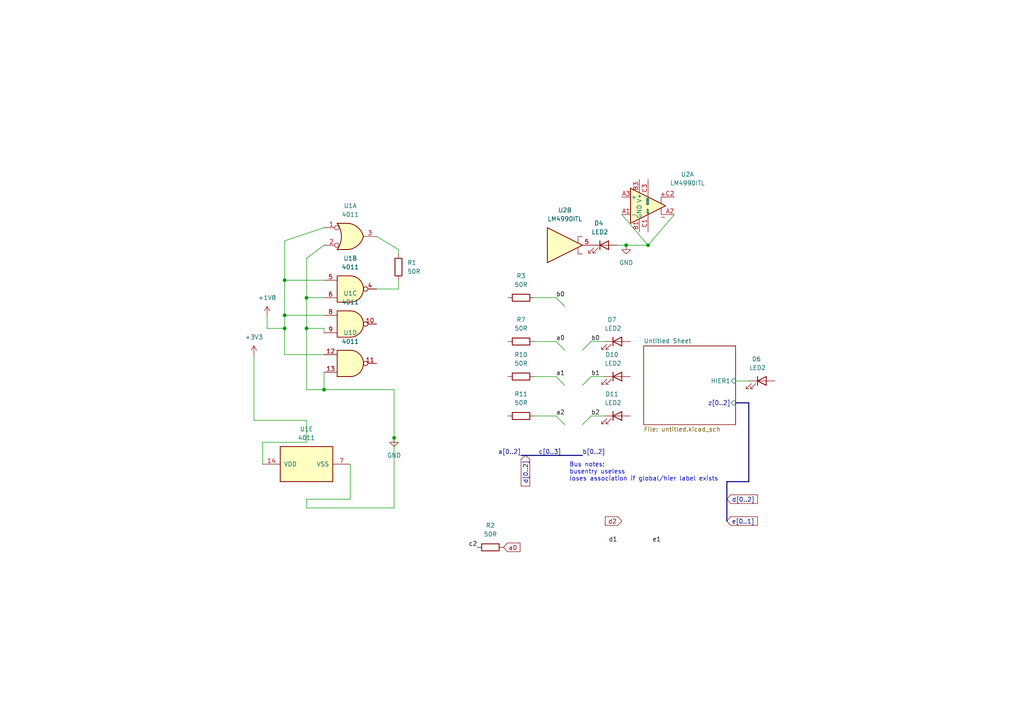
<source format=kicad_sch>
(kicad_sch (version 20211123) (generator eeschema)
  (paper "A4")
  (lib_symbols
    (symbol "4xxx:4011" (pin_names (offset 1.016))
      (property "Reference" "U" (at 0 1.27 0))
      (property "Value" "4011" (at 0 -1.27 0))
      (symbol "4011_1_1"
        (arc (start 0 -3.81) (mid 3.81 0) (end 0 3.81) (stroke (width 0.254)) (fill (type background)))
        (polyline (pts (xy 0 3.81) (xy -3.81 3.81) (xy -3.81 -3.81) (xy 0 -3.81)) (stroke (width 0.254)) (fill (type background)))
        (pin input line (at -7.62 2.54 0) (length 3.81) (name "~") (number "1"))
        (pin input line (at -7.62 -2.54 0) (length 3.81) (name "~") (number "2"))
        (pin output inverted (at 7.62 0 180) (length 3.81) (name "~") (number "3"))
      )
      (symbol "4011_1_2"
        (arc (start -3.81 -3.81) (mid -2.589 0) (end -3.81 3.81) (stroke (width 0.254)))
        (arc (start -0.6096 -3.81) (mid 2.1855 -2.584) (end 3.81 0) (stroke (width 0.254)) (fill (type background)))
        (polyline (pts (xy -3.81 -3.81) (xy -0.635 -3.81)) (stroke (width 0.254)) (fill (type background)))
        (polyline (pts (xy -3.81 3.81) (xy -0.635 3.81)) (stroke (width 0.254)) (fill (type background)))
        (polyline (pts (xy -0.635 3.81) (xy -3.81 3.81) (xy -3.81 3.81) (xy -3.556 3.4036) (xy -3.0226 2.2606) (xy -2.6924 1.0414) (xy -2.6162 -0.254) (xy -2.7686 -1.4986) (xy -3.175 -2.7178) (xy -3.81 -3.81) (xy -3.81 -3.81) (xy -0.635 -3.81)) (stroke (width -25.4)) (fill (type background)))
        (arc (start 3.81 0) (mid 2.1928 2.5925) (end -0.6096 3.81) (stroke (width 0.254)) (fill (type background)))
        (pin input inverted (at -7.62 2.54 0) (length 4.318) (name "~") (number "1"))
        (pin input inverted (at -7.62 -2.54 0) (length 4.318) (name "~") (number "2"))
        (pin output line (at 7.62 0 180) (length 3.81) (name "~") (number "3"))
      )
      (symbol "4011_2_1"
        (arc (start 0 -3.81) (mid 3.81 0) (end 0 3.81) (stroke (width 0.254)) (fill (type background)))
        (polyline (pts (xy 0 3.81) (xy -3.81 3.81) (xy -3.81 -3.81) (xy 0 -3.81)) (stroke (width 0.254)) (fill (type background)))
        (pin output inverted (at 7.62 0 180) (length 3.81) (name "~") (number "4"))
        (pin input line (at -7.62 2.54 0) (length 3.81) (name "~") (number "5"))
        (pin input line (at -7.62 -2.54 0) (length 3.81) (name "~") (number "6"))
      )
      (symbol "4011_2_2"
        (arc (start -3.81 -3.81) (mid -2.589 0) (end -3.81 3.81) (stroke (width 0.254)))
        (arc (start -0.6096 -3.81) (mid 2.1855 -2.584) (end 3.81 0) (stroke (width 0.254)) (fill (type background)))
        (polyline (pts (xy -3.81 -3.81) (xy -0.635 -3.81)) (stroke (width 0.254)) (fill (type background)))
        (polyline (pts (xy -3.81 3.81) (xy -0.635 3.81)) (stroke (width 0.254)) (fill (type background)))
        (polyline (pts (xy -0.635 3.81) (xy -3.81 3.81) (xy -3.81 3.81) (xy -3.556 3.4036) (xy -3.0226 2.2606) (xy -2.6924 1.0414) (xy -2.6162 -0.254) (xy -2.7686 -1.4986) (xy -3.175 -2.7178) (xy -3.81 -3.81) (xy -3.81 -3.81) (xy -0.635 -3.81)) (stroke (width -25.4)) (fill (type background)))
        (arc (start 3.81 0) (mid 2.1928 2.5925) (end -0.6096 3.81) (stroke (width 0.254)) (fill (type background)))
        (pin output line (at 7.62 0 180) (length 3.81) (name "~") (number "4"))
        (pin input inverted (at -7.62 2.54 0) (length 4.318) (name "~") (number "5"))
        (pin input inverted (at -7.62 -2.54 0) (length 4.318) (name "~") (number "6"))
      )
      (symbol "4011_3_1"
        (arc (start 0 -3.81) (mid 3.81 0) (end 0 3.81) (stroke (width 0.254)) (fill (type background)))
        (polyline (pts (xy 0 3.81) (xy -3.81 3.81) (xy -3.81 -3.81) (xy 0 -3.81)) (stroke (width 0.254)) (fill (type background)))
        (pin output inverted (at 7.62 0 180) (length 3.81) (name "~") (number "10"))
        (pin input line (at -7.62 2.54 0) (length 3.81) (name "~") (number "8"))
        (pin input line (at -7.62 -2.54 0) (length 3.81) (name "~") (number "9"))
      )
      (symbol "4011_3_2"
        (arc (start -3.81 -3.81) (mid -2.589 0) (end -3.81 3.81) (stroke (width 0.254)))
        (arc (start -0.6096 -3.81) (mid 2.1855 -2.584) (end 3.81 0) (stroke (width 0.254)) (fill (type background)))
        (polyline (pts (xy -3.81 -3.81) (xy -0.635 -3.81)) (stroke (width 0.254)) (fill (type background)))
        (polyline (pts (xy -3.81 3.81) (xy -0.635 3.81)) (stroke (width 0.254)) (fill (type background)))
        (polyline (pts (xy -0.635 3.81) (xy -3.81 3.81) (xy -3.81 3.81) (xy -3.556 3.4036) (xy -3.0226 2.2606) (xy -2.6924 1.0414) (xy -2.6162 -0.254) (xy -2.7686 -1.4986) (xy -3.175 -2.7178) (xy -3.81 -3.81) (xy -3.81 -3.81) (xy -0.635 -3.81)) (stroke (width -25.4)) (fill (type background)))
        (arc (start 3.81 0) (mid 2.1928 2.5925) (end -0.6096 3.81) (stroke (width 0.254)) (fill (type background)))
        (pin output line (at 7.62 0 180) (length 3.81) (name "~") (number "10"))
        (pin input inverted (at -7.62 2.54 0) (length 4.318) (name "~") (number "8"))
        (pin input inverted (at -7.62 -2.54 0) (length 4.318) (name "~") (number "9"))
      )
      (symbol "4011_4_1"
        (arc (start 0 -3.81) (mid 3.81 0) (end 0 3.81) (stroke (width 0.254)) (fill (type background)))
        (polyline (pts (xy 0 3.81) (xy -3.81 3.81) (xy -3.81 -3.81) (xy 0 -3.81)) (stroke (width 0.254)) (fill (type background)))
        (pin output inverted (at 7.62 0 180) (length 3.81) (name "~") (number "11"))
        (pin input line (at -7.62 2.54 0) (length 3.81) (name "~") (number "12"))
        (pin input line (at -7.62 -2.54 0) (length 3.81) (name "~") (number "13"))
      )
      (symbol "4011_4_2"
        (arc (start -3.81 -3.81) (mid -2.589 0) (end -3.81 3.81) (stroke (width 0.254)))
        (arc (start -0.6096 -3.81) (mid 2.1855 -2.584) (end 3.81 0) (stroke (width 0.254)) (fill (type background)))
        (polyline (pts (xy -3.81 -3.81) (xy -0.635 -3.81)) (stroke (width 0.254)) (fill (type background)))
        (polyline (pts (xy -3.81 3.81) (xy -0.635 3.81)) (stroke (width 0.254)) (fill (type background)))
        (polyline (pts (xy -0.635 3.81) (xy -3.81 3.81) (xy -3.81 3.81) (xy -3.556 3.4036) (xy -3.0226 2.2606) (xy -2.6924 1.0414) (xy -2.6162 -0.254) (xy -2.7686 -1.4986) (xy -3.175 -2.7178) (xy -3.81 -3.81) (xy -3.81 -3.81) (xy -0.635 -3.81)) (stroke (width -25.4)) (fill (type background)))
        (arc (start 3.81 0) (mid 2.1928 2.5925) (end -0.6096 3.81) (stroke (width 0.254)) (fill (type background)))
        (pin output line (at 7.62 0 180) (length 3.81) (name "~") (number "11"))
        (pin input inverted (at -7.62 2.54 0) (length 4.318) (name "~") (number "12"))
        (pin input inverted (at -7.62 -2.54 0) (length 4.318) (name "~") (number "13"))
      )
      (symbol "4011_5_0"
        (pin power_in line (at 0 12.7 270) (length 5.08) (name "VDD") (number "14"))
        (pin power_in line (at 0 -12.7 90) (length 5.08) (name "VSS") (number "7"))
      )
      (symbol "4011_5_1"
        (rectangle (start -5.08 7.62) (end 5.08 -7.62) (stroke (width 0.254)) (fill (type background)))
      )
    )
    (symbol "Amplifier_Audio:LM4990ITL" (pin_names (offset 0.127))
      (property "Reference" "U" (at 5.08 7.62 0))
      (property "Value" "LM4990ITL" (at 5.08 5.08 0))
      (symbol "LM4990ITL_0_1"
        (polyline (pts (xy 3.81 -0.635) (xy 3.81 -2.54) (xy 5.08 -2.54)))
        (polyline (pts (xy 5.08 2.54) (xy 3.81 2.54) (xy 3.81 0.635)))
        (polyline (pts (xy -5.08 5.08) (xy 5.08 0) (xy -5.08 -5.08) (xy -5.08 5.08)) (stroke (width 0.254)) (fill (type background)))
      )
      (symbol "LM4990ITL_1_1"
        (polyline (pts (xy 3.81 -3.302) (xy 4.826 -3.302)))
        (polyline (pts (xy 4.318 3.81) (xy 4.318 2.794)))
        (polyline (pts (xy 4.826 3.302) (xy 3.81 3.302)))
        (pin input line (at -7.62 -2.54 0) (length 2.54) (name "-") (number "A1"))
        (pin output line (at 7.62 -2.54 180) (length 2.54) (name "~") (number "A2"))
        (pin input line (at -7.62 2.54 0) (length 2.54) (name "+") (number "A3"))
        (pin power_in line (at -2.54 -7.62 90) (length 3.81) (name "GND") (number "B1"))
        (pin passive line (at -2.54 -7.62 90) (length 3.81) hide (name "GND") (number "B2"))
        (pin power_in line (at -2.54 7.62 270) (length 3.81) (name "V+") (number "B3"))
        (pin input line (at 0 -7.62 90) (length 5.08) (name "BYP") (number "C1"))
        (pin output line (at 7.62 2.54 180) (length 2.54) (name "~") (number "C2"))
        (pin output line (at 0 7.62 270) (length 5.08) (name "~{SHDN}") (number "C3"))
      )
      (symbol "LM4990ITL_2_1"
        (pin output line (at 7.62 0 180) (length 2.54) (name "~") (number "5"))
      )
    )
    (symbol "Device:LED" (pin_numbers hide) (pin_names (offset 1.016) hide)
      (property "Reference" "D" (at 0 2.54 0))
      (property "Value" "LED" (at 0 -2.54 0))
      (symbol "LED_0_1"
        (polyline (pts (xy -1.27 -1.27) (xy -1.27 1.27)) (stroke (width 0.254)))
        (polyline (pts (xy -1.27 0) (xy 1.27 0)))
        (polyline (pts (xy 1.27 -1.27) (xy 1.27 1.27) (xy -1.27 0) (xy 1.27 -1.27)) (stroke (width 0.254)))
        (polyline (pts (xy -3.048 -0.762) (xy -4.572 -2.286) (xy -3.81 -2.286) (xy -4.572 -2.286) (xy -4.572 -1.524)))
        (polyline (pts (xy -1.778 -0.762) (xy -3.302 -2.286) (xy -2.54 -2.286) (xy -3.302 -2.286) (xy -3.302 -1.524)))
      )
      (symbol "LED_1_1"
        (pin passive line (at -3.81 0 0) (length 2.54) (name "K") (number "1"))
        (pin passive line (at 3.81 0 180) (length 2.54) (name "A") (number "2"))
      )
    )
    (symbol "Device:R" (pin_numbers hide) (pin_names (offset 0))
      (property "Reference" "R1" (at 2.54 1.2701 0))
      (property "Value" "50R" (at 2.54 -1.2699 0))
      (symbol "R_0_1"
        (rectangle (start -1.016 -2.54) (end 1.016 2.54) (stroke (width 0.254)))
      )
      (symbol "R_1_1"
        (pin passive line (at 0 3.81 270) (length 1.27) (name "~") (number "1"))
        (pin passive line (at 0 -3.81 90) (length 1.27) (name "~") (number "2"))
      )
    )
    (symbol "power:+1V8" (power) (pin_names (offset 0))
      (property "Value" "+1V8" (at 0 3.556 0))
      (symbol "+1V8_0_1"
        (polyline (pts (xy -0.762 1.27) (xy 0 2.54)))
        (polyline (pts (xy 0 0) (xy 0 2.54)))
        (polyline (pts (xy 0 2.54) (xy 0.762 1.27)))
      )
      (symbol "+1V8_1_1"
        (pin power_in line (at 0 0 90) (length 0) hide (name "+1V8") (number "1"))
      )
    )
    (symbol "power:+3.3V" (power) (pin_names (offset 0))
      (property "Value" "+3.3V" (at 0 3.556 0))
      (symbol "+3.3V_0_1"
        (polyline (pts (xy -0.762 1.27) (xy 0 2.54)))
        (polyline (pts (xy 0 0) (xy 0 2.54)))
        (polyline (pts (xy 0 2.54) (xy 0.762 1.27)))
      )
      (symbol "+3.3V_1_1"
        (pin power_in line (at 0 0 90) (length 0) hide (name "+3V3") (number "1"))
      )
    )
    (symbol "power:GND" (power) (pin_names (offset 0))
      (property "Value" "GND" (at 0 -3.81 0))
      (symbol "GND_0_1"
        (polyline (pts (xy 0 0) (xy 0 -1.27) (xy 1.27 -1.27) (xy 0 -2.54) (xy -1.27 -1.27) (xy 0 -1.27)))
      )
      (symbol "GND_1_1"
        (pin power_in line (at 0 0 270) (length 0) hide (name "GND") (number "1"))
      )
    )
  )
  (junction (at 181.61 71.12))
  (junction (at 114.3 127))
  (junction (at 187.96 71.12))
  (junction (at 88.9 86.36))
  (junction (at 82.55 95.25))
  (junction (at 93.98 113.03))
  (junction (at 82.55 91.44))
  (junction (at 82.55 81.28))
  (junction (at 88.9 95.25))
  (bus_entry (at 161.29 109.22) (size 2.54 2.54))
  (bus_entry (at 161.29 99.06) (size 2.54 2.54))
  (bus_entry (at 161.29 120.65) (size 2.54 2.54))
  (bus_entry (at 171.45 109.22) (size -2.54 2.54))
  (bus_entry (at 171.45 120.65) (size -2.54 2.54))
  (bus_entry (at 171.45 99.06) (size -2.54 2.54))
  (bus_entry (at 161.29 86.36) (size 2.54 2.54))
  (wire (pts (xy 213.36 110.49) (xy 217.17 110.49)))
  (wire (pts (xy 93.98 113.03) (xy 93.98 107.95)))
  (wire (pts (xy 171.45 99.06) (xy 175.26 99.06)))
  (wire (pts (xy 114.3 113.03) (xy 114.3 127)))
  (wire (pts (xy 82.55 81.28) (xy 93.98 81.28)))
  (wire (pts (xy 88.9 74.93) (xy 93.98 71.12)))
  (wire (pts (xy 114.3 127) (xy 114.3 147.32)))
  (wire (pts (xy 73.66 102.87) (xy 73.66 121.92)))
  (wire (pts (xy 88.9 95.25) (xy 93.98 95.25)))
  (wire (pts (xy 115.57 81.28) (xy 115.57 83.82)))
  (wire (pts (xy 171.45 109.22) (xy 175.26 109.22)))
  (wire (pts (xy 101.6 144.78) (xy 88.9 144.78)))
  (wire (pts (xy 77.47 91.44) (xy 77.47 95.25)))
  (wire (pts (xy 76.2 128.27) (xy 76.2 134.62)))
  (wire (pts (xy 93.98 113.03) (xy 88.9 113.03)))
  (wire (pts (xy 179.07 71.12) (xy 181.61 71.12)))
  (wire (pts (xy 115.57 72.39) (xy 115.57 73.66)))
  (wire (pts (xy 88.9 144.78) (xy 88.9 147.32)))
  (wire (pts (xy 109.22 68.58) (xy 115.57 72.39)))
  (wire (pts (xy 171.45 120.65) (xy 175.26 120.65)))
  (bus (pts (xy 217.17 116.84) (xy 217.17 139.7)))
  (wire (pts (xy 88.9 121.92) (xy 88.9 128.27)))
  (wire (pts (xy 114.3 113.03) (xy 93.98 113.03)))
  (bus (pts (xy 213.36 116.84) (xy 217.17 116.84)))
  (wire (pts (xy 82.55 69.85) (xy 93.98 66.04)))
  (wire (pts (xy 88.9 95.25) (xy 88.9 86.36)))
  (wire (pts (xy 82.55 91.44) (xy 82.55 81.28)))
  (wire (pts (xy 154.94 99.06) (xy 161.29 99.06)))
  (wire (pts (xy 88.9 147.32) (xy 114.3 147.32)))
  (wire (pts (xy 195.58 62.23) (xy 187.96 71.12)))
  (wire (pts (xy 181.61 71.12) (xy 187.96 71.12)))
  (wire (pts (xy 82.55 91.44) (xy 93.98 91.44)))
  (wire (pts (xy 154.94 120.65) (xy 161.29 120.65)))
  (wire (pts (xy 82.55 81.28) (xy 82.55 69.85)))
  (wire (pts (xy 93.98 95.25) (xy 93.98 96.52)))
  (wire (pts (xy 88.9 128.27) (xy 76.2 128.27)))
  (wire (pts (xy 82.55 102.87) (xy 93.98 102.87)))
  (wire (pts (xy 154.94 86.36) (xy 161.29 86.36)))
  (bus (pts (xy 151.13 132.08) (xy 168.91 132.08)))
  (wire (pts (xy 115.57 83.82) (xy 109.22 83.82)))
  (wire (pts (xy 82.55 95.25) (xy 82.55 91.44)))
  (wire (pts (xy 82.55 95.25) (xy 82.55 102.87)))
  (wire (pts (xy 73.66 121.92) (xy 88.9 121.92)))
  (wire (pts (xy 88.9 113.03) (xy 88.9 95.25)))
  (wire (pts (xy 88.9 86.36) (xy 93.98 86.36)))
  (wire (pts (xy 88.9 86.36) (xy 88.9 74.93)))
  (wire (pts (xy 180.34 62.23) (xy 187.96 71.12)))
  (bus (pts (xy 210.82 139.7) (xy 210.82 151.13)))
  (wire (pts (xy 77.47 95.25) (xy 82.55 95.25)))
  (wire (pts (xy 101.6 134.62) (xy 101.6 144.78)))
  (bus (pts (xy 217.17 139.7) (xy 210.82 139.7)))
  (wire (pts (xy 154.94 109.22) (xy 161.29 109.22)))
  (text "Bus notes:\nbusentry useless\nloses association if global/hier label exists" (at 165.1 139.7 0) (effects (font (size 1.27 1.27)) (justify left bottom)))
  (label "a[0..2]" (at 151.13 132.08 180))
  (label "a1" (at 161.29 109.22 0))
  (label "a2" (at 161.29 120.65 0))
  (label "c[0..3]" (at 156.21 132.08 0))
  (label "b[0..2]" (at 168.91 132.08 0))
  (label "d1" (at 176.53 157.48 0))
  (label "b2" (at 171.45 120.65 0))
  (label "e1" (at 189.23 157.48 0))
  (label "c2" (at 138.43 158.75 180))
  (label "b1" (at 171.45 109.22 0))
  (label "b0" (at 161.29 86.36 0))
  (label "b0" (at 171.45 99.06 0))
  (label "a0" (at 161.29 99.06 0))
  (global_label "d[0..2]" (shape input) (at 210.82 144.78 0) (property "Intersheet References" "${INTERSHEET_REFS}" (effects hide)))
  (global_label "e[0..1]" (shape input) (at 210.82 151.13 0) (property "Intersheet References" "${INTERSHEET_REFS}" (effects hide)))
  (global_label "d2" (shape input) (at 180.34 151.13 180) (property "Intersheet References" "${INTERSHEET_REFS}" (effects hide)))
  (global_label "a0" (shape input) (at 146.05 158.75 0) (property "Intersheet References" "${INTERSHEET_REFS}" (effects hide)))
  (global_label "d[0..2]" (shape input) (at 152.4 132.08 270) (property "Intersheet References" "${INTERSHEET_REFS}" (effects hide)))
  (symbol (lib_id "power:+3.3V") (at 73.66 102.87 0) (unit 1)
    (property "Reference" "#PWR0102" (effects hide))
    (property "Value" "+3.3V" (at 73.66 97.79 0))
  )
  (symbol (lib_id "Device:R") (at 115.57 77.47 0) (unit 1)
    (property "Reference" "R1" (at 118.11 76.1999 0) (effects (justify left)))
    (property "Value" "50R" (at 118.11 78.7399 0) (effects (justify left)))
    (property "Footprint" "Resistor_SMD:R_0805_2012Metric" (effects hide))
  )
  (symbol (lib_id "Device:R") (at 151.13 109.22 90) (unit 1)
    (property "Reference" "R10" (at 151.13 102.87 90))
    (property "Value" "50R" (at 151.13 105.41 90))
    (property "Footprint" "Resistor_SMD:R_0805_2012Metric" (effects hide))
  )
  (symbol (lib_id "Device:R") (at 151.13 120.65 90) (unit 1)
    (property "Reference" "R11" (at 151.13 114.3 90))
    (property "Value" "50R" (at 151.13 116.84 90))
    (property "Footprint" "Resistor_SMD:R_0805_2012Metric" (effects hide))
  )
  (symbol (lib_id "4xxx:4011") (at 101.6 68.58 0) (unit 1) (convert 2)
    (property "Reference" "U1" (at 101.6 59.69 0))
    (property "Value" "4011" (at 101.6 62.23 0))
    (property "Footprint" "Package_SO:SOIC-14W_7.5x9mm_P1.27mm" (effects hide))
    (property "Datasheet" "http://www.intersil.com/content/dam/Intersil/documents/cd40/cd4011bms-12bms-23bms.pdf" (effects hide))
  )
  (symbol (lib_id "power:GND") (at 181.61 71.12 0) (unit 1)
    (property "Reference" "#PWR0104" (effects hide))
    (property "Value" "GND" (at 181.61 76.2 0))
  )
  (symbol (lib_id "4xxx:4011") (at 88.9 134.62 90) (unit 5)
    (property "Reference" "U1" (at 88.9 124.46 90))
    (property "Value" "4011" (at 88.9 127 90))
    (property "Footprint" "Package_SO:SOIC-14W_7.5x9mm_P1.27mm" (effects hide))
    (property "Datasheet" "http://www.intersil.com/content/dam/Intersil/documents/cd40/cd4011bms-12bms-23bms.pdf" (effects hide))
  )
  (symbol (lib_id "Device:LED") (at 175.26 71.12 0) (unit 1)
    (property "Reference" "D4" (at 173.6725 64.77 0))
    (property "Value" "LED2" (at 173.99 67.31 0))
    (property "Footprint" "Resistor_SMD:R_0603_1608Metric" (effects hide))
  )
  (symbol (lib_id "Amplifier_Audio:LM4990ITL") (at 163.83 71.12 0) (unit 2)
    (property "Reference" "U2" (at 163.83 60.96 0))
    (property "Value" "LM4990ITL" (at 163.83 63.5 0))
    (property "Footprint" "Package_BGA:Texas_DSBGA-9_1.4715x1.4715mm_Layout3x3_P0.5mm" (effects hide))
    (property "Datasheet" "http://www.ti.com/lit/ds/symlink/lm4990.pdf" (effects hide))
  )
  (symbol (lib_id "Device:R") (at 142.24 158.75 90) (unit 1)
    (property "Reference" "R2" (at 142.24 152.4 90))
    (property "Value" "50R" (at 142.24 154.94 90))
    (property "Footprint" "Resistor_SMD:R_0805_2012Metric" (effects hide))
  )
  (symbol (lib_id "4xxx:4011") (at 101.6 83.82 0) (unit 2)
    (property "Reference" "U1" (at 101.6 74.93 0))
    (property "Value" "4011" (at 101.6 77.47 0))
    (property "Footprint" "Package_SO:SOIC-14W_7.5x9mm_P1.27mm" (effects hide))
    (property "Datasheet" "http://www.intersil.com/content/dam/Intersil/documents/cd40/cd4011bms-12bms-23bms.pdf" (effects hide))
  )
  (symbol (lib_id "Device:LED") (at 179.07 109.22 0) (unit 1)
    (property "Reference" "D10" (at 177.4825 102.87 0))
    (property "Value" "LED2" (at 177.8 105.41 0))
    (property "Footprint" "Resistor_SMD:R_0603_1608Metric" (effects hide))
  )
  (symbol (lib_id "4xxx:4011") (at 101.6 93.98 0) (unit 3)
    (property "Reference" "U1" (at 101.6 85.09 0))
    (property "Value" "4011" (at 101.6 87.63 0))
    (property "Footprint" "Package_SO:SOIC-14W_7.5x9mm_P1.27mm" (effects hide))
    (property "Datasheet" "http://www.intersil.com/content/dam/Intersil/documents/cd40/cd4011bms-12bms-23bms.pdf" (effects hide))
  )
  (symbol (lib_id "Device:R") (at 151.13 99.06 90) (unit 1)
    (property "Reference" "R7" (at 151.13 92.71 90))
    (property "Value" "50R" (at 151.13 95.25 90))
    (property "Footprint" "Resistor_SMD:R_0805_2012Metric" (effects hide))
  )
  (symbol (lib_id "Device:LED") (at 220.98 110.49 0) (unit 1)
    (property "Reference" "D6" (at 219.3925 104.14 0))
    (property "Value" "LED2" (at 219.71 106.68 0))
    (property "Footprint" "Resistor_SMD:R_0603_1608Metric" (effects hide))
  )
  (symbol (lib_id "power:+1V8") (at 77.47 91.44 0) (unit 1)
    (property "Reference" "#PWR0103" (effects hide))
    (property "Value" "+1V8" (at 77.47 86.36 0))
  )
  (symbol (lib_id "Amplifier_Audio:LM4990ITL") (at 187.96 59.69 0) (unit 1)
    (property "Reference" "U2" (at 199.39 50.5712 0))
    (property "Value" "LM4990ITL" (at 199.39 53.1112 0))
    (property "Footprint" "Package_BGA:Texas_DSBGA-9_1.4715x1.4715mm_Layout3x3_P0.5mm" (effects hide))
    (property "Datasheet" "http://www.ti.com/lit/ds/symlink/lm4990.pdf" (effects hide))
  )
  (symbol (lib_id "power:GND") (at 114.3 127 0) (unit 1)
    (property "Reference" "#PWR0101" (effects hide))
    (property "Value" "GND" (at 114.3 132.08 0))
  )
  (symbol (lib_id "4xxx:4011") (at 101.6 105.41 0) (unit 4)
    (property "Reference" "U1" (at 101.6 96.52 0))
    (property "Value" "4011" (at 101.6 99.06 0))
    (property "Footprint" "Package_SO:SOIC-14W_7.5x9mm_P1.27mm" (effects hide))
    (property "Datasheet" "http://www.intersil.com/content/dam/Intersil/documents/cd40/cd4011bms-12bms-23bms.pdf" (effects hide))
  )
  (symbol (lib_id "Device:LED") (at 179.07 120.65 0) (unit 1)
    (property "Reference" "D11" (at 177.4825 114.3 0))
    (property "Value" "LED2" (at 177.8 116.84 0))
    (property "Footprint" "Resistor_SMD:R_0603_1608Metric" (effects hide))
  )
  (symbol (lib_id "Device:LED") (at 179.07 99.06 0) (unit 1)
    (property "Reference" "D7" (at 177.4825 92.71 0))
    (property "Value" "LED2" (at 177.8 95.25 0))
    (property "Footprint" "Resistor_SMD:R_0603_1608Metric" (effects hide))
  )
  (symbol (lib_id "Device:R") (at 151.13 86.36 90) (unit 1)
    (property "Reference" "R3" (at 151.13 80.01 90))
    (property "Value" "50R" (at 151.13 82.55 90))
    (property "Footprint" "Resistor_SMD:R_0805_2012Metric" (effects hide))
  )
  (sheet (at 186.69 100.33) (size 26.67 22.86) (stroke (width 0.1524))
    (property "Sheet name" "Untitled Sheet" (at 186.69 99.6184 0) (effects (justify left bottom)))
    (property "Sheet file" "untitled.kicad_sch" (at 186.69 123.7746 0) (effects (justify left top)))
    (pin "HIER1" input (at 213.36 110.49 0))
    (pin "z[0..2]" input (at 213.36 116.84 0))
  )
)
</source>
